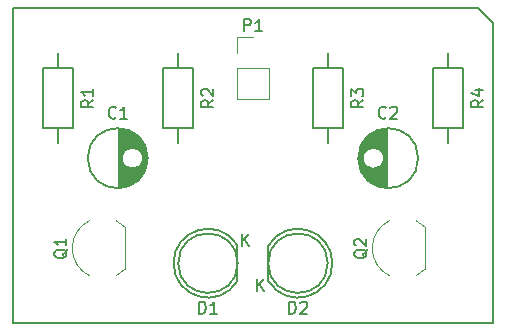
<source format=gbr>
%TF.GenerationSoftware,KiCad,Pcbnew,5.0.2+dfsg1-1*%
%TF.CreationDate,2019-03-01T13:54:19-05:00*%
%TF.ProjectId,multivibrator,6d756c74-6976-4696-9272-61746f722e6b,rev?*%
%TF.SameCoordinates,Original*%
%TF.FileFunction,Legend,Top*%
%TF.FilePolarity,Positive*%
%FSLAX46Y46*%
G04 Gerber Fmt 4.6, Leading zero omitted, Abs format (unit mm)*
G04 Created by KiCad (PCBNEW 5.0.2+dfsg1-1) date Fri Mar  1 13:54:19 2019*
%MOMM*%
%LPD*%
G01*
G04 APERTURE LIST*
%ADD10C,0.150000*%
%ADD11C,0.120000*%
G04 APERTURE END LIST*
D10*
X78740000Y-88900000D02*
X119380000Y-88900000D01*
X78740000Y-62230000D02*
X78740000Y-88900000D01*
X118110000Y-62230000D02*
X78740000Y-62230000D01*
X119380000Y-63500000D02*
X118110000Y-62230000D01*
X119380000Y-88900000D02*
X119380000Y-63500000D01*
X97734888Y-82295096D02*
G75*
G03X97750000Y-85320000I-2484888J-1524904D01*
G01*
X97750000Y-82320000D02*
X97750000Y-85320000D01*
X97767936Y-83820000D02*
G75*
G03X97767936Y-83820000I-2517936J0D01*
G01*
X100385112Y-85344904D02*
G75*
G03X100370000Y-82320000I2484888J1524904D01*
G01*
X100370000Y-85320000D02*
X100370000Y-82320000D01*
X105387936Y-83820000D02*
G75*
G03X105387936Y-83820000I-2517936J0D01*
G01*
X87685000Y-72431000D02*
X87685000Y-77429000D01*
X87825000Y-72439000D02*
X87825000Y-77421000D01*
X87965000Y-72455000D02*
X87965000Y-74835000D01*
X87965000Y-75025000D02*
X87965000Y-77405000D01*
X88105000Y-72479000D02*
X88105000Y-74440000D01*
X88105000Y-75420000D02*
X88105000Y-77381000D01*
X88245000Y-72512000D02*
X88245000Y-74273000D01*
X88245000Y-75587000D02*
X88245000Y-77348000D01*
X88385000Y-72553000D02*
X88385000Y-74166000D01*
X88385000Y-75694000D02*
X88385000Y-77307000D01*
X88525000Y-72603000D02*
X88525000Y-74095000D01*
X88525000Y-75765000D02*
X88525000Y-77257000D01*
X88665000Y-72664000D02*
X88665000Y-74051000D01*
X88665000Y-75809000D02*
X88665000Y-77196000D01*
X88805000Y-72734000D02*
X88805000Y-74032000D01*
X88805000Y-75828000D02*
X88805000Y-77126000D01*
X88945000Y-72816000D02*
X88945000Y-74034000D01*
X88945000Y-75826000D02*
X88945000Y-77044000D01*
X89085000Y-72911000D02*
X89085000Y-74059000D01*
X89085000Y-75801000D02*
X89085000Y-76949000D01*
X89225000Y-73022000D02*
X89225000Y-74107000D01*
X89225000Y-75753000D02*
X89225000Y-76838000D01*
X89365000Y-73150000D02*
X89365000Y-74185000D01*
X89365000Y-75675000D02*
X89365000Y-76710000D01*
X89505000Y-73299000D02*
X89505000Y-74302000D01*
X89505000Y-75558000D02*
X89505000Y-76561000D01*
X89645000Y-73478000D02*
X89645000Y-74490000D01*
X89645000Y-75370000D02*
X89645000Y-76382000D01*
X89785000Y-73697000D02*
X89785000Y-76163000D01*
X89925000Y-73986000D02*
X89925000Y-75874000D01*
X90065000Y-74458000D02*
X90065000Y-75402000D01*
X89760000Y-74930000D02*
G75*
G03X89760000Y-74930000I-900000J0D01*
G01*
X90147500Y-74930000D02*
G75*
G03X90147500Y-74930000I-2537500J0D01*
G01*
X110435000Y-77429000D02*
X110435000Y-72431000D01*
X110295000Y-77421000D02*
X110295000Y-72439000D01*
X110155000Y-77405000D02*
X110155000Y-75025000D01*
X110155000Y-74835000D02*
X110155000Y-72455000D01*
X110015000Y-77381000D02*
X110015000Y-75420000D01*
X110015000Y-74440000D02*
X110015000Y-72479000D01*
X109875000Y-77348000D02*
X109875000Y-75587000D01*
X109875000Y-74273000D02*
X109875000Y-72512000D01*
X109735000Y-77307000D02*
X109735000Y-75694000D01*
X109735000Y-74166000D02*
X109735000Y-72553000D01*
X109595000Y-77257000D02*
X109595000Y-75765000D01*
X109595000Y-74095000D02*
X109595000Y-72603000D01*
X109455000Y-77196000D02*
X109455000Y-75809000D01*
X109455000Y-74051000D02*
X109455000Y-72664000D01*
X109315000Y-77126000D02*
X109315000Y-75828000D01*
X109315000Y-74032000D02*
X109315000Y-72734000D01*
X109175000Y-77044000D02*
X109175000Y-75826000D01*
X109175000Y-74034000D02*
X109175000Y-72816000D01*
X109035000Y-76949000D02*
X109035000Y-75801000D01*
X109035000Y-74059000D02*
X109035000Y-72911000D01*
X108895000Y-76838000D02*
X108895000Y-75753000D01*
X108895000Y-74107000D02*
X108895000Y-73022000D01*
X108755000Y-76710000D02*
X108755000Y-75675000D01*
X108755000Y-74185000D02*
X108755000Y-73150000D01*
X108615000Y-76561000D02*
X108615000Y-75558000D01*
X108615000Y-74302000D02*
X108615000Y-73299000D01*
X108475000Y-76382000D02*
X108475000Y-75370000D01*
X108475000Y-74490000D02*
X108475000Y-73478000D01*
X108335000Y-76163000D02*
X108335000Y-73697000D01*
X108195000Y-75874000D02*
X108195000Y-73986000D01*
X108055000Y-75402000D02*
X108055000Y-74458000D01*
X110160000Y-74930000D02*
G75*
G03X110160000Y-74930000I-900000J0D01*
G01*
X113047500Y-74930000D02*
G75*
G03X113047500Y-74930000I-2537500J0D01*
G01*
X116840000Y-67310000D02*
X116840000Y-72390000D01*
X116840000Y-72390000D02*
X114300000Y-72390000D01*
X114300000Y-72390000D02*
X114300000Y-67310000D01*
X114300000Y-67310000D02*
X116840000Y-67310000D01*
X115570000Y-67310000D02*
X115570000Y-66040000D01*
X115570000Y-72390000D02*
X115570000Y-73660000D01*
X106680000Y-67310000D02*
X106680000Y-72390000D01*
X106680000Y-72390000D02*
X104140000Y-72390000D01*
X104140000Y-72390000D02*
X104140000Y-67310000D01*
X104140000Y-67310000D02*
X106680000Y-67310000D01*
X105410000Y-67310000D02*
X105410000Y-66040000D01*
X105410000Y-72390000D02*
X105410000Y-73660000D01*
X93980000Y-67310000D02*
X93980000Y-72390000D01*
X93980000Y-72390000D02*
X91440000Y-72390000D01*
X91440000Y-72390000D02*
X91440000Y-67310000D01*
X91440000Y-67310000D02*
X93980000Y-67310000D01*
X92710000Y-67310000D02*
X92710000Y-66040000D01*
X92710000Y-72390000D02*
X92710000Y-73660000D01*
X83820000Y-67310000D02*
X83820000Y-72390000D01*
X83820000Y-72390000D02*
X81280000Y-72390000D01*
X81280000Y-72390000D02*
X81280000Y-67310000D01*
X81280000Y-67310000D02*
X83820000Y-67310000D01*
X82550000Y-67310000D02*
X82550000Y-66040000D01*
X82550000Y-72390000D02*
X82550000Y-73660000D01*
D11*
X88210000Y-84350000D02*
X88210000Y-80750000D01*
X87482795Y-84874184D02*
G75*
G03X88210000Y-84350000I-1122795J2324184D01*
G01*
X85261193Y-84906400D02*
G75*
G02X83760000Y-82550000I1098807J2356400D01*
G01*
X85261193Y-80193600D02*
G75*
G03X83760000Y-82550000I1098807J-2356400D01*
G01*
X87482795Y-80225816D02*
G75*
G02X88210000Y-80750000I-1122795J-2324184D01*
G01*
X113610000Y-84350000D02*
X113610000Y-80750000D01*
X112882795Y-84874184D02*
G75*
G03X113610000Y-84350000I-1122795J2324184D01*
G01*
X110661193Y-84906400D02*
G75*
G02X109160000Y-82550000I1098807J2356400D01*
G01*
X110661193Y-80193600D02*
G75*
G03X109160000Y-82550000I1098807J-2356400D01*
G01*
X112882795Y-80225816D02*
G75*
G02X113610000Y-80750000I-1122795J-2324184D01*
G01*
X97730000Y-67310000D02*
X97730000Y-69910000D01*
X97730000Y-69910000D02*
X100390000Y-69910000D01*
X100390000Y-69910000D02*
X100390000Y-67310000D01*
X100390000Y-67310000D02*
X97730000Y-67310000D01*
X97730000Y-66040000D02*
X97730000Y-64710000D01*
X97730000Y-64710000D02*
X99060000Y-64710000D01*
D10*
X94511904Y-88082380D02*
X94511904Y-87082380D01*
X94750000Y-87082380D01*
X94892857Y-87130000D01*
X94988095Y-87225238D01*
X95035714Y-87320476D01*
X95083333Y-87510952D01*
X95083333Y-87653809D01*
X95035714Y-87844285D01*
X94988095Y-87939523D01*
X94892857Y-88034761D01*
X94750000Y-88082380D01*
X94511904Y-88082380D01*
X96035714Y-88082380D02*
X95464285Y-88082380D01*
X95750000Y-88082380D02*
X95750000Y-87082380D01*
X95654761Y-87225238D01*
X95559523Y-87320476D01*
X95464285Y-87368095D01*
X98163095Y-82367380D02*
X98163095Y-81367380D01*
X98734523Y-82367380D02*
X98305952Y-81795952D01*
X98734523Y-81367380D02*
X98163095Y-81938809D01*
X102131904Y-88082380D02*
X102131904Y-87082380D01*
X102370000Y-87082380D01*
X102512857Y-87130000D01*
X102608095Y-87225238D01*
X102655714Y-87320476D01*
X102703333Y-87510952D01*
X102703333Y-87653809D01*
X102655714Y-87844285D01*
X102608095Y-87939523D01*
X102512857Y-88034761D01*
X102370000Y-88082380D01*
X102131904Y-88082380D01*
X103084285Y-87177619D02*
X103131904Y-87130000D01*
X103227142Y-87082380D01*
X103465238Y-87082380D01*
X103560476Y-87130000D01*
X103608095Y-87177619D01*
X103655714Y-87272857D01*
X103655714Y-87368095D01*
X103608095Y-87510952D01*
X103036666Y-88082380D01*
X103655714Y-88082380D01*
X99433095Y-86177380D02*
X99433095Y-85177380D01*
X100004523Y-86177380D02*
X99575952Y-85605952D01*
X100004523Y-85177380D02*
X99433095Y-85748809D01*
X87463333Y-71477142D02*
X87415714Y-71524761D01*
X87272857Y-71572380D01*
X87177619Y-71572380D01*
X87034761Y-71524761D01*
X86939523Y-71429523D01*
X86891904Y-71334285D01*
X86844285Y-71143809D01*
X86844285Y-71000952D01*
X86891904Y-70810476D01*
X86939523Y-70715238D01*
X87034761Y-70620000D01*
X87177619Y-70572380D01*
X87272857Y-70572380D01*
X87415714Y-70620000D01*
X87463333Y-70667619D01*
X88415714Y-71572380D02*
X87844285Y-71572380D01*
X88130000Y-71572380D02*
X88130000Y-70572380D01*
X88034761Y-70715238D01*
X87939523Y-70810476D01*
X87844285Y-70858095D01*
X110323333Y-71477142D02*
X110275714Y-71524761D01*
X110132857Y-71572380D01*
X110037619Y-71572380D01*
X109894761Y-71524761D01*
X109799523Y-71429523D01*
X109751904Y-71334285D01*
X109704285Y-71143809D01*
X109704285Y-71000952D01*
X109751904Y-70810476D01*
X109799523Y-70715238D01*
X109894761Y-70620000D01*
X110037619Y-70572380D01*
X110132857Y-70572380D01*
X110275714Y-70620000D01*
X110323333Y-70667619D01*
X110704285Y-70667619D02*
X110751904Y-70620000D01*
X110847142Y-70572380D01*
X111085238Y-70572380D01*
X111180476Y-70620000D01*
X111228095Y-70667619D01*
X111275714Y-70762857D01*
X111275714Y-70858095D01*
X111228095Y-71000952D01*
X110656666Y-71572380D01*
X111275714Y-71572380D01*
X118562380Y-70016666D02*
X118086190Y-70350000D01*
X118562380Y-70588095D02*
X117562380Y-70588095D01*
X117562380Y-70207142D01*
X117610000Y-70111904D01*
X117657619Y-70064285D01*
X117752857Y-70016666D01*
X117895714Y-70016666D01*
X117990952Y-70064285D01*
X118038571Y-70111904D01*
X118086190Y-70207142D01*
X118086190Y-70588095D01*
X117895714Y-69159523D02*
X118562380Y-69159523D01*
X117514761Y-69397619D02*
X118229047Y-69635714D01*
X118229047Y-69016666D01*
X108402380Y-70016666D02*
X107926190Y-70350000D01*
X108402380Y-70588095D02*
X107402380Y-70588095D01*
X107402380Y-70207142D01*
X107450000Y-70111904D01*
X107497619Y-70064285D01*
X107592857Y-70016666D01*
X107735714Y-70016666D01*
X107830952Y-70064285D01*
X107878571Y-70111904D01*
X107926190Y-70207142D01*
X107926190Y-70588095D01*
X107402380Y-69683333D02*
X107402380Y-69064285D01*
X107783333Y-69397619D01*
X107783333Y-69254761D01*
X107830952Y-69159523D01*
X107878571Y-69111904D01*
X107973809Y-69064285D01*
X108211904Y-69064285D01*
X108307142Y-69111904D01*
X108354761Y-69159523D01*
X108402380Y-69254761D01*
X108402380Y-69540476D01*
X108354761Y-69635714D01*
X108307142Y-69683333D01*
X95702380Y-70016666D02*
X95226190Y-70350000D01*
X95702380Y-70588095D02*
X94702380Y-70588095D01*
X94702380Y-70207142D01*
X94750000Y-70111904D01*
X94797619Y-70064285D01*
X94892857Y-70016666D01*
X95035714Y-70016666D01*
X95130952Y-70064285D01*
X95178571Y-70111904D01*
X95226190Y-70207142D01*
X95226190Y-70588095D01*
X94797619Y-69635714D02*
X94750000Y-69588095D01*
X94702380Y-69492857D01*
X94702380Y-69254761D01*
X94750000Y-69159523D01*
X94797619Y-69111904D01*
X94892857Y-69064285D01*
X94988095Y-69064285D01*
X95130952Y-69111904D01*
X95702380Y-69683333D01*
X95702380Y-69064285D01*
X85542380Y-70016666D02*
X85066190Y-70350000D01*
X85542380Y-70588095D02*
X84542380Y-70588095D01*
X84542380Y-70207142D01*
X84590000Y-70111904D01*
X84637619Y-70064285D01*
X84732857Y-70016666D01*
X84875714Y-70016666D01*
X84970952Y-70064285D01*
X85018571Y-70111904D01*
X85066190Y-70207142D01*
X85066190Y-70588095D01*
X85542380Y-69064285D02*
X85542380Y-69635714D01*
X85542380Y-69350000D02*
X84542380Y-69350000D01*
X84685238Y-69445238D01*
X84780476Y-69540476D01*
X84828095Y-69635714D01*
X83347619Y-82645238D02*
X83300000Y-82740476D01*
X83204761Y-82835714D01*
X83061904Y-82978571D01*
X83014285Y-83073809D01*
X83014285Y-83169047D01*
X83252380Y-83121428D02*
X83204761Y-83216666D01*
X83109523Y-83311904D01*
X82919047Y-83359523D01*
X82585714Y-83359523D01*
X82395238Y-83311904D01*
X82300000Y-83216666D01*
X82252380Y-83121428D01*
X82252380Y-82930952D01*
X82300000Y-82835714D01*
X82395238Y-82740476D01*
X82585714Y-82692857D01*
X82919047Y-82692857D01*
X83109523Y-82740476D01*
X83204761Y-82835714D01*
X83252380Y-82930952D01*
X83252380Y-83121428D01*
X83252380Y-81740476D02*
X83252380Y-82311904D01*
X83252380Y-82026190D02*
X82252380Y-82026190D01*
X82395238Y-82121428D01*
X82490476Y-82216666D01*
X82538095Y-82311904D01*
X108747619Y-82645238D02*
X108700000Y-82740476D01*
X108604761Y-82835714D01*
X108461904Y-82978571D01*
X108414285Y-83073809D01*
X108414285Y-83169047D01*
X108652380Y-83121428D02*
X108604761Y-83216666D01*
X108509523Y-83311904D01*
X108319047Y-83359523D01*
X107985714Y-83359523D01*
X107795238Y-83311904D01*
X107700000Y-83216666D01*
X107652380Y-83121428D01*
X107652380Y-82930952D01*
X107700000Y-82835714D01*
X107795238Y-82740476D01*
X107985714Y-82692857D01*
X108319047Y-82692857D01*
X108509523Y-82740476D01*
X108604761Y-82835714D01*
X108652380Y-82930952D01*
X108652380Y-83121428D01*
X107747619Y-82311904D02*
X107700000Y-82264285D01*
X107652380Y-82169047D01*
X107652380Y-81930952D01*
X107700000Y-81835714D01*
X107747619Y-81788095D01*
X107842857Y-81740476D01*
X107938095Y-81740476D01*
X108080952Y-81788095D01*
X108652380Y-82359523D01*
X108652380Y-81740476D01*
X98321904Y-64162380D02*
X98321904Y-63162380D01*
X98702857Y-63162380D01*
X98798095Y-63210000D01*
X98845714Y-63257619D01*
X98893333Y-63352857D01*
X98893333Y-63495714D01*
X98845714Y-63590952D01*
X98798095Y-63638571D01*
X98702857Y-63686190D01*
X98321904Y-63686190D01*
X99845714Y-64162380D02*
X99274285Y-64162380D01*
X99560000Y-64162380D02*
X99560000Y-63162380D01*
X99464761Y-63305238D01*
X99369523Y-63400476D01*
X99274285Y-63448095D01*
M02*

</source>
